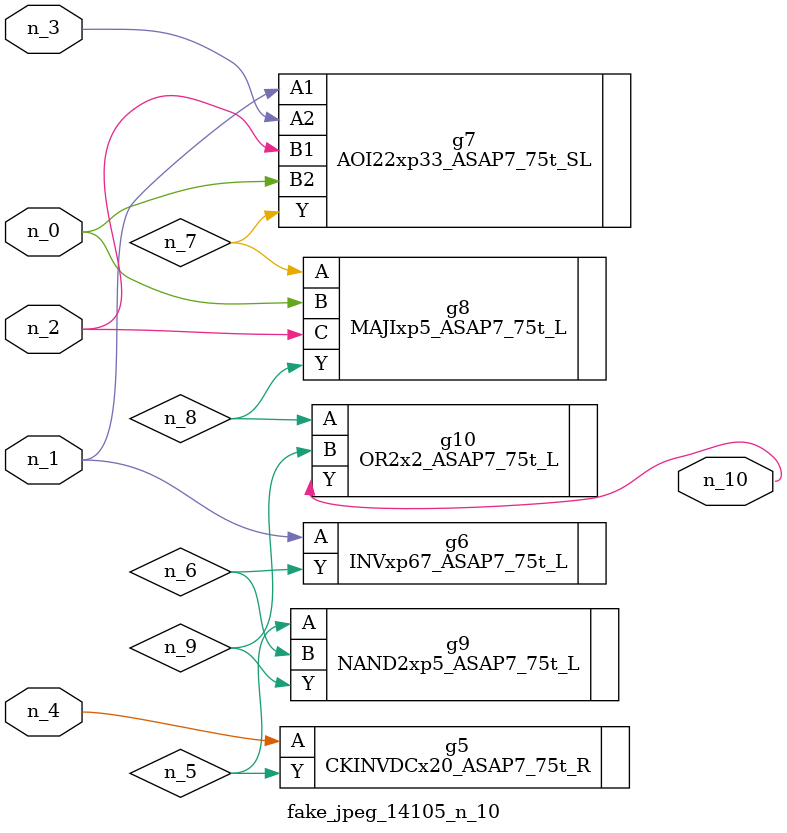
<source format=v>
module fake_jpeg_14105_n_10 (n_3, n_2, n_1, n_0, n_4, n_10);

input n_3;
input n_2;
input n_1;
input n_0;
input n_4;

output n_10;

wire n_8;
wire n_9;
wire n_6;
wire n_5;
wire n_7;

CKINVDCx20_ASAP7_75t_R g5 ( 
.A(n_4),
.Y(n_5)
);

INVxp67_ASAP7_75t_L g6 ( 
.A(n_1),
.Y(n_6)
);

AOI22xp33_ASAP7_75t_SL g7 ( 
.A1(n_1),
.A2(n_3),
.B1(n_2),
.B2(n_0),
.Y(n_7)
);

MAJIxp5_ASAP7_75t_L g8 ( 
.A(n_7),
.B(n_0),
.C(n_2),
.Y(n_8)
);

OR2x2_ASAP7_75t_L g10 ( 
.A(n_8),
.B(n_9),
.Y(n_10)
);

NAND2xp5_ASAP7_75t_L g9 ( 
.A(n_5),
.B(n_6),
.Y(n_9)
);


endmodule
</source>
